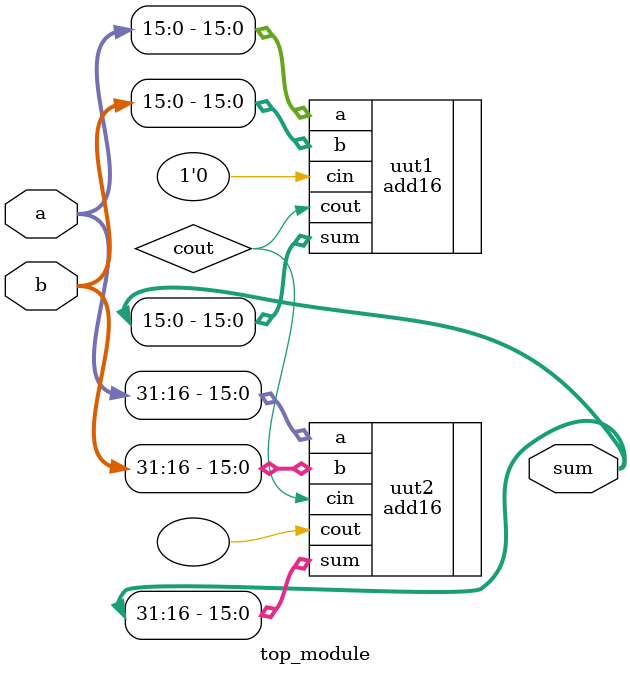
<source format=v>
module top_module(
    input [31:0] a,
    input [31:0] b,
    output [31:0] sum
);
    wire cout;
    add16 uut1(.a(a[15:0]),.b(b[15:0]),.cin(1'b0),.sum(sum[15:0]),.cout(cout));
    add16 uut2(.a(a[31:16]),.b(b[31:16]),.cin(cout),.sum(sum[31:16]),.cout());

endmodule

</source>
